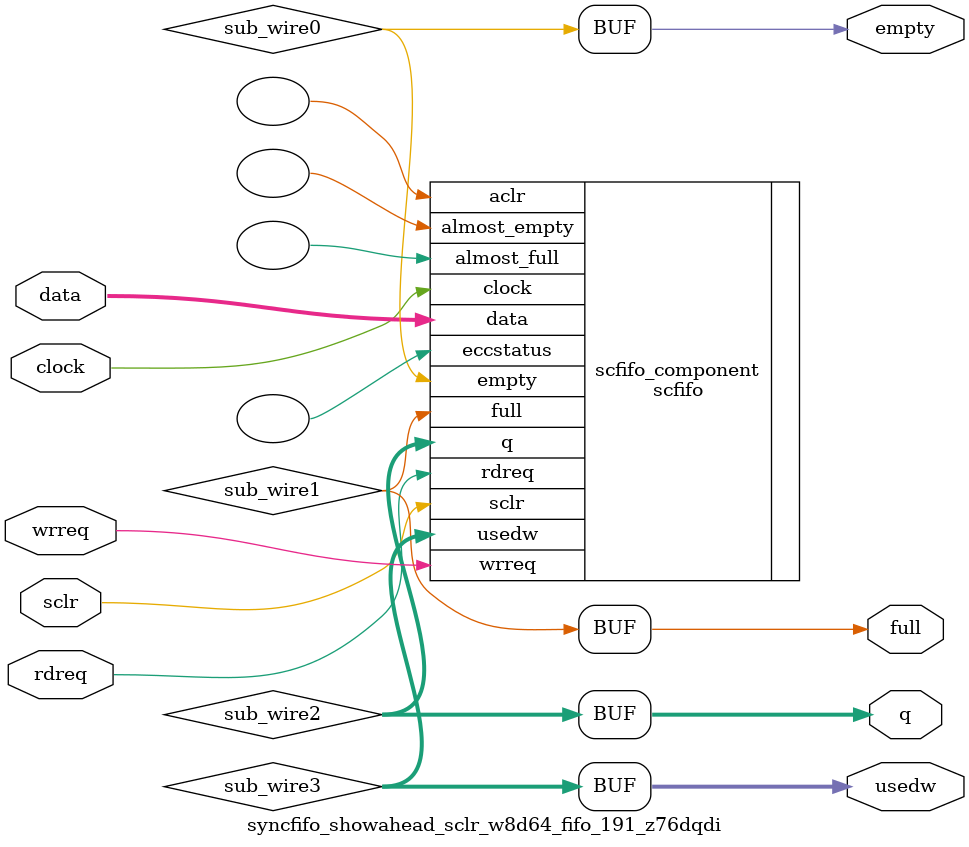
<source format=v>



`timescale 1 ps / 1 ps
// synopsys translate_on
module  syncfifo_showahead_sclr_w8d64_fifo_191_z76dqdi  (
    clock,
    data,
    rdreq,
    sclr,
    wrreq,
    empty,
    full,
    q,
    usedw);

    input    clock;
    input  [7:0]  data;
    input    rdreq;
    input    sclr;
    input    wrreq;
    output   empty;
    output   full;
    output [7:0]  q;
    output [5:0]  usedw;

    wire  sub_wire0;
    wire  sub_wire1;
    wire [7:0] sub_wire2;
    wire [5:0] sub_wire3;
    wire  empty = sub_wire0;
    wire  full = sub_wire1;
    wire [7:0] q = sub_wire2[7:0];
    wire [5:0] usedw = sub_wire3[5:0];

    scfifo  scfifo_component (
                .clock (clock),
                .data (data),
                .rdreq (rdreq),
                .sclr (sclr),
                .wrreq (wrreq),
                .empty (sub_wire0),
                .full (sub_wire1),
                .q (sub_wire2),
                .usedw (sub_wire3),
                .aclr (),
                .almost_empty (),
                .almost_full (),
                .eccstatus ());
    defparam
        scfifo_component.add_ram_output_register  = "OFF",
        scfifo_component.enable_ecc  = "FALSE",
        scfifo_component.intended_device_family  = "Arria 10",
        scfifo_component.lpm_numwords  = 64,
        scfifo_component.lpm_showahead  = "ON",
        scfifo_component.lpm_type  = "scfifo",
        scfifo_component.lpm_width  = 8,
        scfifo_component.lpm_widthu  = 6,
        scfifo_component.overflow_checking  = "ON",
        scfifo_component.underflow_checking  = "ON",
        scfifo_component.use_eab  = "ON";


endmodule



</source>
